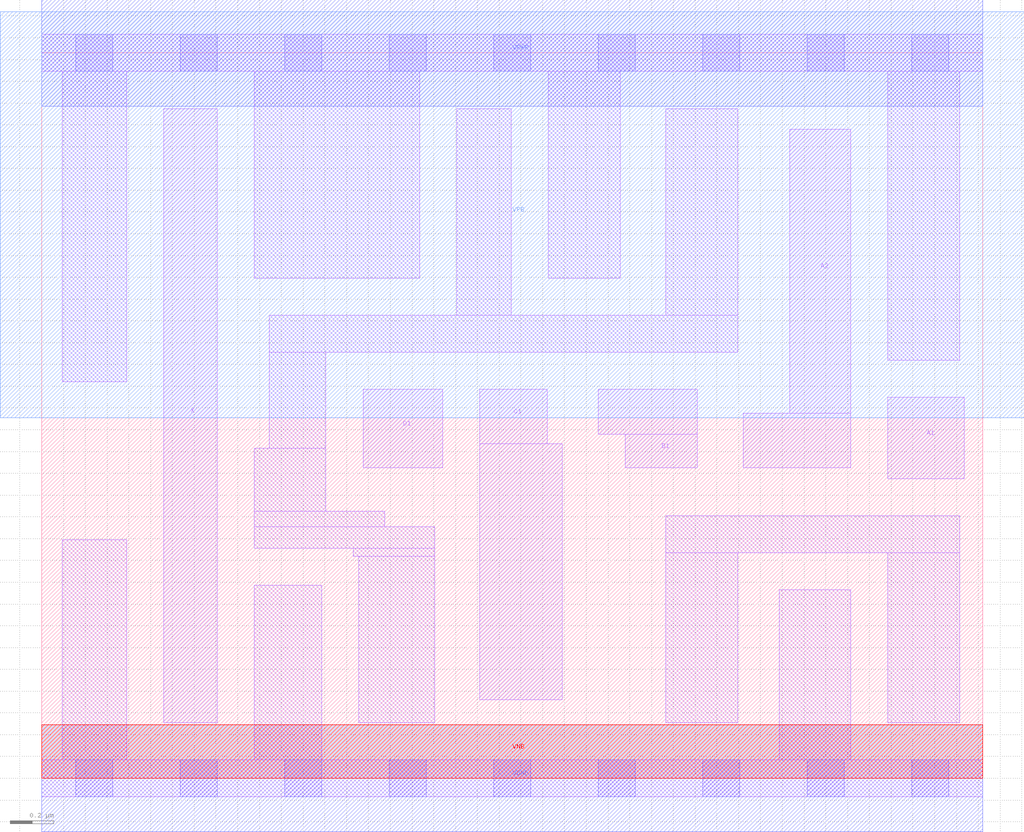
<source format=lef>
# Copyright 2020 The SkyWater PDK Authors
#
# Licensed under the Apache License, Version 2.0 (the "License");
# you may not use this file except in compliance with the License.
# You may obtain a copy of the License at
#
#     https://www.apache.org/licenses/LICENSE-2.0
#
# Unless required by applicable law or agreed to in writing, software
# distributed under the License is distributed on an "AS IS" BASIS,
# WITHOUT WARRANTIES OR CONDITIONS OF ANY KIND, either express or implied.
# See the License for the specific language governing permissions and
# limitations under the License.
#
# SPDX-License-Identifier: Apache-2.0

VERSION 5.7 ;
  NOWIREEXTENSIONATPIN ON ;
  DIVIDERCHAR "/" ;
  BUSBITCHARS "[]" ;
MACRO sky130_fd_sc_lp__o2111a_2
  CLASS CORE ;
  FOREIGN sky130_fd_sc_lp__o2111a_2 ;
  ORIGIN  0.000000  0.000000 ;
  SIZE  4.320000 BY  3.330000 ;
  SYMMETRY X Y R90 ;
  SITE unit ;
  PIN A1
    ANTENNAGATEAREA  0.315000 ;
    DIRECTION INPUT ;
    USE SIGNAL ;
    PORT
      LAYER li1 ;
        RECT 3.885000 1.375000 4.235000 1.750000 ;
    END
  END A1
  PIN A2
    ANTENNAGATEAREA  0.315000 ;
    DIRECTION INPUT ;
    USE SIGNAL ;
    PORT
      LAYER li1 ;
        RECT 3.220000 1.425000 3.715000 1.675000 ;
        RECT 3.435000 1.675000 3.715000 2.980000 ;
    END
  END A2
  PIN B1
    ANTENNAGATEAREA  0.315000 ;
    DIRECTION INPUT ;
    USE SIGNAL ;
    PORT
      LAYER li1 ;
        RECT 2.555000 1.580000 3.010000 1.785000 ;
        RECT 2.680000 1.425000 3.010000 1.580000 ;
    END
  END B1
  PIN C1
    ANTENNAGATEAREA  0.315000 ;
    DIRECTION INPUT ;
    USE SIGNAL ;
    PORT
      LAYER li1 ;
        RECT 2.010000 0.360000 2.390000 1.535000 ;
        RECT 2.010000 1.535000 2.320000 1.785000 ;
    END
  END C1
  PIN D1
    ANTENNAGATEAREA  0.315000 ;
    DIRECTION INPUT ;
    USE SIGNAL ;
    PORT
      LAYER li1 ;
        RECT 1.475000 1.425000 1.840000 1.785000 ;
    END
  END D1
  PIN X
    ANTENNADIFFAREA  0.588000 ;
    DIRECTION OUTPUT ;
    USE SIGNAL ;
    PORT
      LAYER li1 ;
        RECT 0.560000 0.255000 0.805000 3.075000 ;
    END
  END X
  PIN VGND
    DIRECTION INOUT ;
    USE GROUND ;
    PORT
      LAYER met1 ;
        RECT 0.000000 -0.245000 4.320000 0.245000 ;
    END
  END VGND
  PIN VNB
    DIRECTION INOUT ;
    USE GROUND ;
    PORT
      LAYER pwell ;
        RECT 0.000000 0.000000 4.320000 0.245000 ;
    END
  END VNB
  PIN VPB
    DIRECTION INOUT ;
    USE POWER ;
    PORT
      LAYER nwell ;
        RECT -0.190000 1.655000 4.510000 3.520000 ;
    END
  END VPB
  PIN VPWR
    DIRECTION INOUT ;
    USE POWER ;
    PORT
      LAYER met1 ;
        RECT 0.000000 3.085000 4.320000 3.575000 ;
    END
  END VPWR
  OBS
    LAYER li1 ;
      RECT 0.000000 -0.085000 4.320000 0.085000 ;
      RECT 0.000000  3.245000 4.320000 3.415000 ;
      RECT 0.095000  0.085000 0.390000 1.095000 ;
      RECT 0.095000  1.820000 0.390000 3.245000 ;
      RECT 0.975000  0.085000 1.285000 0.885000 ;
      RECT 0.975000  1.055000 1.805000 1.155000 ;
      RECT 0.975000  1.155000 1.575000 1.225000 ;
      RECT 0.975000  1.225000 1.305000 1.515000 ;
      RECT 0.975000  2.295000 1.735000 3.245000 ;
      RECT 1.045000  1.515000 1.305000 1.955000 ;
      RECT 1.045000  1.955000 3.195000 2.125000 ;
      RECT 1.430000  1.020000 1.805000 1.055000 ;
      RECT 1.455000  0.255000 1.805000 1.020000 ;
      RECT 1.905000  2.125000 2.155000 3.075000 ;
      RECT 2.325000  2.295000 2.655000 3.245000 ;
      RECT 2.865000  0.255000 3.195000 1.035000 ;
      RECT 2.865000  1.035000 4.215000 1.205000 ;
      RECT 2.865000  2.125000 3.195000 3.075000 ;
      RECT 3.385000  0.085000 3.715000 0.865000 ;
      RECT 3.885000  0.255000 4.215000 1.035000 ;
      RECT 3.885000  1.920000 4.215000 3.245000 ;
    LAYER mcon ;
      RECT 0.155000 -0.085000 0.325000 0.085000 ;
      RECT 0.155000  3.245000 0.325000 3.415000 ;
      RECT 0.635000 -0.085000 0.805000 0.085000 ;
      RECT 0.635000  3.245000 0.805000 3.415000 ;
      RECT 1.115000 -0.085000 1.285000 0.085000 ;
      RECT 1.115000  3.245000 1.285000 3.415000 ;
      RECT 1.595000 -0.085000 1.765000 0.085000 ;
      RECT 1.595000  3.245000 1.765000 3.415000 ;
      RECT 2.075000 -0.085000 2.245000 0.085000 ;
      RECT 2.075000  3.245000 2.245000 3.415000 ;
      RECT 2.555000 -0.085000 2.725000 0.085000 ;
      RECT 2.555000  3.245000 2.725000 3.415000 ;
      RECT 3.035000 -0.085000 3.205000 0.085000 ;
      RECT 3.035000  3.245000 3.205000 3.415000 ;
      RECT 3.515000 -0.085000 3.685000 0.085000 ;
      RECT 3.515000  3.245000 3.685000 3.415000 ;
      RECT 3.995000 -0.085000 4.165000 0.085000 ;
      RECT 3.995000  3.245000 4.165000 3.415000 ;
  END
END sky130_fd_sc_lp__o2111a_2
END LIBRARY

</source>
